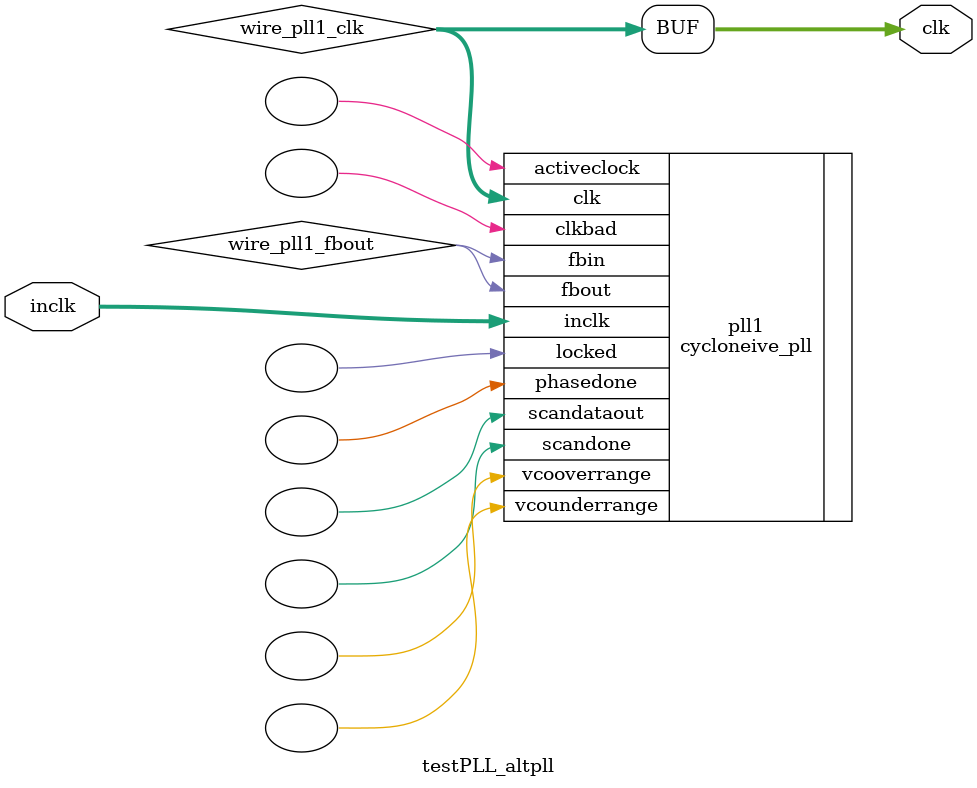
<source format=v>






//synthesis_resources = cycloneive_pll 1 
//synopsys translate_off
`timescale 1 ps / 1 ps
//synopsys translate_on
module  testPLL_altpll
	( 
	clk,
	inclk) /* synthesis synthesis_clearbox=1 */;
	output   [4:0]  clk;
	input   [1:0]  inclk;
`ifndef ALTERA_RESERVED_QIS
// synopsys translate_off
`endif
	tri0   [1:0]  inclk;
`ifndef ALTERA_RESERVED_QIS
// synopsys translate_on
`endif

	wire  [4:0]   wire_pll1_clk;
	wire  wire_pll1_fbout;

	cycloneive_pll   pll1
	( 
	.activeclock(),
	.clk(wire_pll1_clk),
	.clkbad(),
	.fbin(wire_pll1_fbout),
	.fbout(wire_pll1_fbout),
	.inclk(inclk),
	.locked(),
	.phasedone(),
	.scandataout(),
	.scandone(),
	.vcooverrange(),
	.vcounderrange()
	`ifndef FORMAL_VERIFICATION
	// synopsys translate_off
	`endif
	,
	.areset(1'b0),
	.clkswitch(1'b0),
	.configupdate(1'b0),
	.pfdena(1'b1),
	.phasecounterselect({3{1'b0}}),
	.phasestep(1'b0),
	.phaseupdown(1'b0),
	.scanclk(1'b0),
	.scanclkena(1'b1),
	.scandata(1'b0)
	`ifndef FORMAL_VERIFICATION
	// synopsys translate_on
	`endif
	);
	defparam
		pll1.bandwidth_type = "auto",
		pll1.clk0_divide_by = 2,
		pll1.clk0_duty_cycle = 50,
		pll1.clk0_multiply_by = 1,
		pll1.clk0_phase_shift = "0",
		pll1.compensate_clock = "clk0",
		pll1.inclk0_input_frequency = 20000,
		pll1.operation_mode = "normal",
		pll1.pll_type = "auto",
		pll1.lpm_type = "cycloneive_pll";
	assign
		clk = {wire_pll1_clk[4:0]};
endmodule //testPLL_altpll
//VALID FILE

</source>
